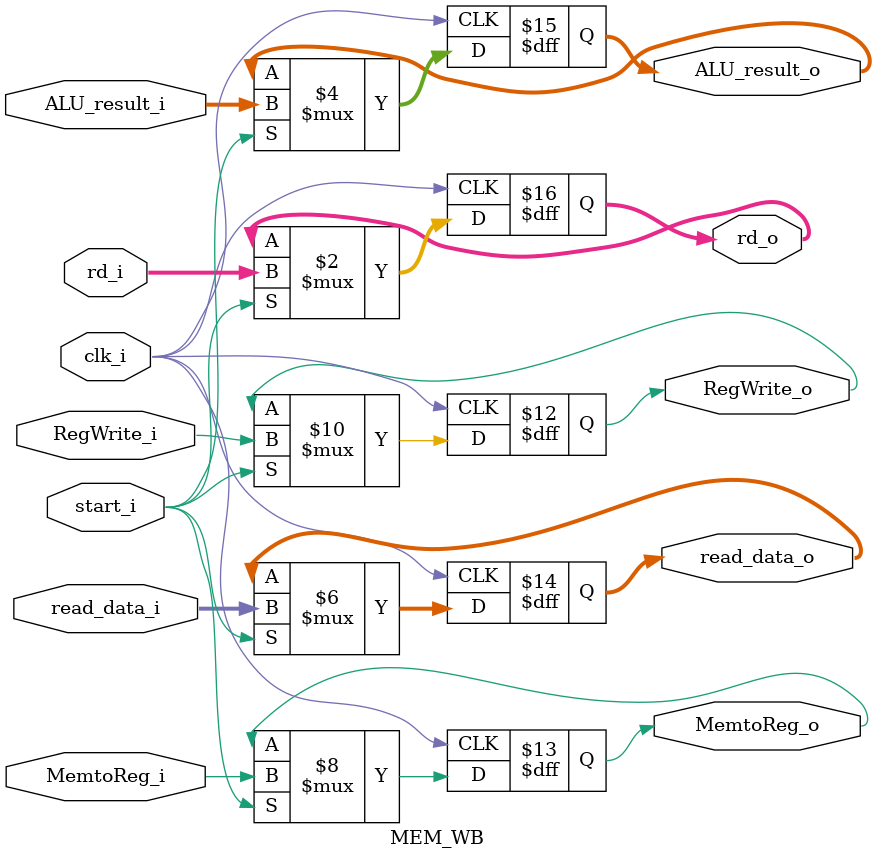
<source format=v>
module MEM_WB (
    input clk_i,
    input start_i,

    input RegWrite_i,
    input MemtoReg_i,
    input [31:0] read_data_i,
    input [31:0] ALU_result_i,
    input [4:0] rd_i,

    output RegWrite_o,
    output MemtoReg_o,
    output [31:0] read_data_o,
    output [31:0] ALU_result_o,
    output [4:0] rd_o
);

reg RegWrite_o;
reg MemtoReg_o;
reg [31:0] read_data_o;
reg [31:0] ALU_result_o;
reg [4:0] rd_o;


always @(posedge clk_i) begin // unknown assign
    if (start_i) begin
        RegWrite_o <= RegWrite_i;
        MemtoReg_o <= MemtoReg_i;
        read_data_o <= read_data_i;
        ALU_result_o <= ALU_result_i;
        rd_o <= rd_i;
    end
end
endmodule

</source>
